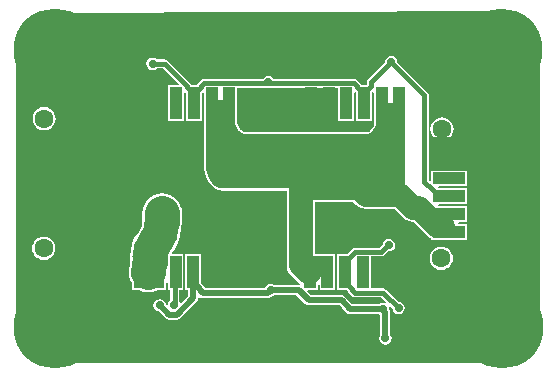
<source format=gtl>
G04*
G04 #@! TF.GenerationSoftware,Altium Limited,Altium Designer,21.6.1 (37)*
G04*
G04 Layer_Physical_Order=1*
G04 Layer_Color=255*
%FSLAX44Y44*%
%MOMM*%
G71*
G04*
G04 #@! TF.SameCoordinates,463AB4A2-C92B-4DBF-B99B-D3FD589B31D3*
G04*
G04*
G04 #@! TF.FilePolarity,Positive*
G04*
G01*
G75*
%ADD14R,2.7000X1.0000*%
%ADD15R,3.8000X1.8000*%
%ADD16R,1.0000X2.7000*%
%ADD17R,1.8000X3.8000*%
%ADD27C,3.0000*%
%ADD28C,2.0000*%
%ADD29C,1.0000*%
%ADD30C,0.4000*%
%ADD31C,0.5000*%
%ADD32C,2.4000*%
G04:AMPARAMS|DCode=33|XSize=2.4mm|YSize=2.4mm|CornerRadius=0.36mm|HoleSize=0mm|Usage=FLASHONLY|Rotation=180.000|XOffset=0mm|YOffset=0mm|HoleType=Round|Shape=RoundedRectangle|*
%AMROUNDEDRECTD33*
21,1,2.4000,1.6800,0,0,180.0*
21,1,1.6800,2.4000,0,0,180.0*
1,1,0.7200,-0.8400,0.8400*
1,1,0.7200,0.8400,0.8400*
1,1,0.7200,0.8400,-0.8400*
1,1,0.7200,-0.8400,-0.8400*
%
%ADD33ROUNDEDRECTD33*%
%ADD34C,1.6000*%
G04:AMPARAMS|DCode=35|XSize=2.4mm|YSize=2.4mm|CornerRadius=0.6mm|HoleSize=0mm|Usage=FLASHONLY|Rotation=0.000|XOffset=0mm|YOffset=0mm|HoleType=Round|Shape=RoundedRectangle|*
%AMROUNDEDRECTD35*
21,1,2.4000,1.2000,0,0,0.0*
21,1,1.2000,2.4000,0,0,0.0*
1,1,1.2000,0.6000,-0.6000*
1,1,1.2000,-0.6000,-0.6000*
1,1,1.2000,-0.6000,0.6000*
1,1,1.2000,0.6000,0.6000*
%
%ADD35ROUNDEDRECTD35*%
%ADD36C,7.0000*%
%ADD37C,0.7000*%
G36*
X1717000Y2852000D02*
X1719000D01*
Y2616000D01*
X1678000Y2575000D01*
X1314000D01*
X1275000Y2614000D01*
Y2845000D01*
X1301769Y2871769D01*
X1696111Y2872889D01*
X1717000Y2852000D01*
D02*
G37*
%LPC*%
G36*
X1593000Y2835302D02*
X1590971Y2834898D01*
X1589251Y2833749D01*
X1588102Y2832029D01*
X1587706Y2830042D01*
X1573632Y2815968D01*
X1572815Y2814744D01*
X1572527Y2813300D01*
X1572527Y2813300D01*
Y2811363D01*
X1571365Y2810200D01*
X1568635D01*
X1567307Y2811528D01*
X1566839Y2812229D01*
X1564200Y2814868D01*
X1562976Y2815685D01*
X1561533Y2815973D01*
X1561532Y2815973D01*
X1493268D01*
X1492749Y2816749D01*
X1491029Y2817898D01*
X1489000Y2818302D01*
X1486971Y2817898D01*
X1485251Y2816749D01*
X1484732Y2815973D01*
X1434467D01*
X1434467Y2815973D01*
X1433024Y2815685D01*
X1431800Y2814868D01*
X1431800Y2814868D01*
X1429161Y2812229D01*
X1428692Y2811528D01*
X1427365Y2810200D01*
X1424635D01*
X1423307Y2811528D01*
X1422839Y2812229D01*
X1422839Y2812229D01*
X1403900Y2831168D01*
X1402676Y2831985D01*
X1401233Y2832273D01*
X1401232Y2832273D01*
X1394714D01*
X1393029Y2833398D01*
X1391000Y2833802D01*
X1388971Y2833398D01*
X1387251Y2832249D01*
X1386102Y2830529D01*
X1385698Y2828500D01*
X1386102Y2826471D01*
X1387251Y2824751D01*
X1388971Y2823602D01*
X1391000Y2823198D01*
X1393029Y2823602D01*
X1394714Y2824727D01*
X1399670D01*
X1413024Y2811373D01*
X1412538Y2810200D01*
X1411512D01*
X1411000Y2810302D01*
X1410488Y2810200D01*
X1404300D01*
Y2779800D01*
X1417700D01*
Y2803665D01*
X1418970Y2804325D01*
X1419300Y2804094D01*
Y2779800D01*
X1432700D01*
Y2804094D01*
X1433030Y2804325D01*
X1434300Y2803665D01*
Y2795439D01*
X1434242Y2795000D01*
Y2772858D01*
X1434267Y2772672D01*
Y2742899D01*
Y2740546D01*
X1434300Y2740378D01*
Y2740208D01*
X1435218Y2735590D01*
X1435284Y2735432D01*
X1435317Y2735265D01*
X1437119Y2730916D01*
X1437213Y2730774D01*
X1437279Y2730616D01*
X1439894Y2726701D01*
X1440015Y2726581D01*
X1440110Y2726439D01*
X1441774Y2724774D01*
X1441774Y2724774D01*
X1442488Y2724061D01*
X1442630Y2723966D01*
X1442750Y2723846D01*
X1444428Y2722725D01*
X1444586Y2722659D01*
X1444728Y2722564D01*
X1446592Y2721792D01*
X1446759Y2721759D01*
X1446917Y2721694D01*
X1448896Y2721300D01*
X1449066D01*
X1449234Y2721267D01*
X1504449D01*
Y2658250D01*
X1504851Y2655196D01*
X1506030Y2652350D01*
X1507905Y2649905D01*
X1514155Y2643655D01*
X1515911Y2642308D01*
X1515373Y2641121D01*
X1514560Y2641282D01*
X1493951D01*
X1493029Y2641898D01*
X1491000Y2642302D01*
X1488971Y2641898D01*
X1487251Y2640749D01*
X1486102Y2639029D01*
X1486013Y2638582D01*
X1435415D01*
X1435256Y2638741D01*
X1435137Y2639339D01*
X1434209Y2640728D01*
X1432081Y2642856D01*
Y2667200D01*
X1418681D01*
Y2636800D01*
X1421099D01*
Y2631765D01*
X1415427Y2626093D01*
X1414211Y2626462D01*
X1414148Y2626779D01*
X1413588Y2627617D01*
Y2636800D01*
X1417081D01*
Y2667200D01*
X1408084D01*
X1407486Y2668320D01*
X1409530Y2671380D01*
X1412238Y2676870D01*
X1414205Y2682667D01*
X1415400Y2688671D01*
X1415796Y2694719D01*
X1415796Y2694719D01*
D01*
X1415781Y2695982D01*
Y2702000D01*
X1415458Y2705274D01*
X1414503Y2708422D01*
X1412953Y2711323D01*
X1410866Y2713866D01*
X1408323Y2715953D01*
X1405422Y2717503D01*
X1402274Y2718458D01*
X1399000Y2718781D01*
X1395726Y2718458D01*
X1392578Y2717503D01*
X1389677Y2715953D01*
X1387134Y2713866D01*
X1385047Y2711323D01*
X1383497Y2708422D01*
X1382542Y2705274D01*
X1382219Y2702000D01*
Y2694741D01*
X1382246Y2694470D01*
X1381834Y2691341D01*
X1380507Y2688137D01*
X1379272Y2686528D01*
X1379272Y2686528D01*
X1379272Y2686528D01*
X1379287Y2686376D01*
X1378276Y2685193D01*
X1375529Y2680710D01*
X1373517Y2675853D01*
X1372290Y2670741D01*
X1371878Y2665500D01*
X1371900D01*
Y2660787D01*
X1371927Y2660516D01*
X1371515Y2657387D01*
X1371327Y2656934D01*
X1371392Y2656913D01*
X1370895Y2655274D01*
X1370572Y2652000D01*
X1370895Y2648726D01*
X1371850Y2645578D01*
X1373400Y2642677D01*
X1373681Y2642335D01*
Y2636800D01*
X1380364D01*
X1380931Y2636497D01*
X1384079Y2635542D01*
X1387353Y2635219D01*
X1390627Y2635542D01*
X1393775Y2636497D01*
X1394343Y2636800D01*
X1402081D01*
Y2643528D01*
X1402411Y2643838D01*
X1403681Y2643287D01*
Y2636800D01*
X1406043D01*
Y2628861D01*
X1405501Y2628499D01*
X1404352Y2626779D01*
X1404065Y2625338D01*
X1402798Y2624772D01*
X1402048Y2625274D01*
X1401898Y2626029D01*
X1400749Y2627749D01*
X1399029Y2628898D01*
X1397000Y2629302D01*
X1394971Y2628898D01*
X1393251Y2627749D01*
X1392102Y2626029D01*
X1391698Y2624000D01*
X1392102Y2621971D01*
X1393251Y2620251D01*
X1394971Y2619102D01*
X1396059Y2618885D01*
X1401901Y2613043D01*
X1403290Y2612115D01*
X1404929Y2611789D01*
X1411460D01*
X1413099Y2612115D01*
X1414489Y2613043D01*
X1428409Y2626964D01*
X1429337Y2628353D01*
X1429663Y2629991D01*
Y2630582D01*
X1430933Y2631058D01*
X1432003Y2630344D01*
X1433641Y2630018D01*
X1488300D01*
X1489939Y2630344D01*
X1491328Y2631272D01*
X1491941Y2631885D01*
X1493029Y2632102D01*
X1493951Y2632718D01*
X1512787D01*
X1520082Y2625422D01*
X1521472Y2624494D01*
X1523110Y2624168D01*
X1549166D01*
X1555361Y2617972D01*
X1556751Y2617044D01*
X1558389Y2616718D01*
X1583049D01*
X1583718Y2616271D01*
Y2598951D01*
X1583102Y2598029D01*
X1582698Y2596000D01*
X1583102Y2593971D01*
X1584251Y2592251D01*
X1585971Y2591102D01*
X1588000Y2590698D01*
X1590029Y2591102D01*
X1591749Y2592251D01*
X1592898Y2593971D01*
X1593302Y2596000D01*
X1592898Y2598029D01*
X1592282Y2598951D01*
Y2618459D01*
X1591956Y2620097D01*
X1591280Y2621110D01*
X1590913Y2622956D01*
X1590968Y2623035D01*
X1592138Y2623527D01*
X1593956Y2621708D01*
X1594352Y2619721D01*
X1595501Y2618001D01*
X1597221Y2616852D01*
X1599250Y2616448D01*
X1601279Y2616852D01*
X1602999Y2618001D01*
X1604148Y2619721D01*
X1604552Y2621750D01*
X1604148Y2623779D01*
X1602999Y2625499D01*
X1601279Y2626648D01*
X1599292Y2627043D01*
X1588868Y2637468D01*
X1587644Y2638285D01*
X1586200Y2638572D01*
X1586200Y2638572D01*
X1575700D01*
Y2665428D01*
X1584388D01*
X1584388Y2665428D01*
X1585832Y2665715D01*
X1587056Y2666532D01*
X1590351Y2669827D01*
X1591000Y2669698D01*
X1593029Y2670102D01*
X1594749Y2671251D01*
X1595898Y2672971D01*
X1596302Y2675000D01*
X1595898Y2677029D01*
X1594749Y2678749D01*
X1593029Y2679898D01*
X1591000Y2680302D01*
X1588971Y2679898D01*
X1587251Y2678749D01*
X1586102Y2677029D01*
X1585908Y2676055D01*
X1582825Y2672972D01*
X1562467D01*
X1561024Y2672685D01*
X1559800Y2671868D01*
X1557161Y2669229D01*
X1556693Y2668528D01*
X1555365Y2667200D01*
X1547300D01*
Y2636800D01*
X1555365D01*
X1556693Y2635472D01*
X1557161Y2634771D01*
X1559800Y2632133D01*
X1561024Y2631315D01*
X1562467Y2631028D01*
X1584637D01*
X1588527Y2627138D01*
X1588035Y2625968D01*
X1587956Y2625913D01*
X1586000Y2626302D01*
X1583971Y2625898D01*
X1583049Y2625282D01*
X1560163D01*
X1553967Y2631478D01*
X1552578Y2632406D01*
X1550939Y2632732D01*
X1524884D01*
X1521990Y2635627D01*
X1522476Y2636800D01*
X1530700D01*
Y2641559D01*
X1531030Y2641764D01*
X1532300Y2641058D01*
Y2636800D01*
X1545700D01*
Y2651561D01*
X1545758Y2652000D01*
Y2660500D01*
X1545700Y2660939D01*
Y2667200D01*
X1539439D01*
X1539000Y2667258D01*
X1530500D01*
X1530061Y2667200D01*
X1528051D01*
Y2711267D01*
X1561044D01*
X1562955Y2709355D01*
X1565399Y2707480D01*
X1568246Y2706301D01*
X1571300Y2705899D01*
X1595849D01*
X1603439Y2698309D01*
X1605883Y2696434D01*
X1608730Y2695255D01*
X1611784Y2694853D01*
X1611912D01*
X1623609Y2683156D01*
X1626053Y2681280D01*
X1626800Y2680971D01*
Y2679800D01*
X1631187D01*
X1631954Y2679699D01*
X1637000D01*
X1637767Y2679800D01*
X1641561D01*
X1642000Y2679742D01*
X1642439Y2679800D01*
X1657200D01*
Y2693200D01*
X1649919D01*
X1649767Y2693530D01*
X1650578Y2694800D01*
X1657200D01*
Y2708200D01*
X1632714D01*
X1632482Y2708530D01*
X1633142Y2709800D01*
X1657200D01*
Y2723200D01*
X1632906D01*
X1632675Y2723530D01*
X1633335Y2724800D01*
X1657200D01*
Y2738200D01*
X1626800D01*
Y2729962D01*
X1625627Y2729476D01*
X1624772Y2730330D01*
Y2802000D01*
X1624772Y2802000D01*
X1624485Y2803444D01*
X1623668Y2804667D01*
X1623667Y2804668D01*
X1598294Y2830042D01*
X1597898Y2832029D01*
X1596749Y2833749D01*
X1595029Y2834898D01*
X1593000Y2835302D01*
D02*
G37*
G36*
X1299178Y2792026D02*
X1296646Y2791692D01*
X1294286Y2790715D01*
X1292260Y2789160D01*
X1290705Y2787134D01*
X1289728Y2784774D01*
X1289394Y2782242D01*
X1289728Y2779710D01*
X1290705Y2777350D01*
X1292260Y2775324D01*
X1294286Y2773769D01*
X1296646Y2772792D01*
X1299178Y2772458D01*
X1301710Y2772792D01*
X1304070Y2773769D01*
X1306096Y2775324D01*
X1307651Y2777350D01*
X1308628Y2779710D01*
X1308962Y2782242D01*
X1308628Y2784774D01*
X1307651Y2787134D01*
X1306096Y2789160D01*
X1304070Y2790715D01*
X1301710Y2791692D01*
X1299178Y2792026D01*
D02*
G37*
G36*
X1636038Y2783264D02*
X1633506Y2782930D01*
X1631146Y2781953D01*
X1629120Y2780398D01*
X1627565Y2778372D01*
X1626588Y2776012D01*
X1626254Y2773480D01*
X1626588Y2770948D01*
X1627565Y2768588D01*
X1629120Y2766562D01*
X1631146Y2765007D01*
X1633506Y2764030D01*
X1636038Y2763696D01*
X1638570Y2764030D01*
X1640930Y2765007D01*
X1642956Y2766562D01*
X1644511Y2768588D01*
X1645488Y2770948D01*
X1645822Y2773480D01*
X1645488Y2776012D01*
X1644511Y2778372D01*
X1642956Y2780398D01*
X1640930Y2781953D01*
X1638570Y2782930D01*
X1636038Y2783264D01*
D02*
G37*
G36*
X1298670Y2682044D02*
X1296138Y2681710D01*
X1293778Y2680733D01*
X1291752Y2679178D01*
X1290197Y2677152D01*
X1289220Y2674792D01*
X1288886Y2672260D01*
X1289220Y2669728D01*
X1290197Y2667368D01*
X1291752Y2665342D01*
X1293778Y2663787D01*
X1296138Y2662810D01*
X1298670Y2662476D01*
X1301202Y2662810D01*
X1303562Y2663787D01*
X1305588Y2665342D01*
X1307143Y2667368D01*
X1308120Y2669728D01*
X1308454Y2672260D01*
X1308120Y2674792D01*
X1307143Y2677152D01*
X1305588Y2679178D01*
X1303562Y2680733D01*
X1301202Y2681710D01*
X1298670Y2682044D01*
D02*
G37*
G36*
X1635530Y2673536D02*
X1632998Y2673202D01*
X1630638Y2672225D01*
X1628612Y2670670D01*
X1627057Y2668644D01*
X1626080Y2666284D01*
X1625746Y2663752D01*
X1626080Y2661220D01*
X1627057Y2658860D01*
X1628612Y2656834D01*
X1630638Y2655279D01*
X1632998Y2654302D01*
X1635530Y2653968D01*
X1638062Y2654302D01*
X1640422Y2655279D01*
X1642448Y2656834D01*
X1644003Y2658860D01*
X1644980Y2661220D01*
X1645314Y2663752D01*
X1644980Y2666284D01*
X1644003Y2668644D01*
X1642448Y2670670D01*
X1640422Y2672225D01*
X1638062Y2673202D01*
X1635530Y2673536D01*
D02*
G37*
%LPD*%
G36*
X1548300Y2779800D02*
X1561700D01*
Y2803665D01*
X1562970Y2804325D01*
X1563300Y2804094D01*
Y2779800D01*
X1576700D01*
Y2804094D01*
X1577030Y2804325D01*
X1578300Y2803665D01*
Y2795439D01*
X1578242Y2795000D01*
Y2776526D01*
X1578126Y2776246D01*
X1576136Y2773267D01*
X1574974Y2771985D01*
X1574695Y2771732D01*
X1573965Y2771245D01*
X1573194Y2770925D01*
X1572353Y2770758D01*
X1552821D01*
X1552635Y2770733D01*
X1471285D01*
X1470451Y2770774D01*
X1468775Y2771108D01*
X1467235Y2771745D01*
X1465814Y2772695D01*
X1465227Y2773227D01*
X1464695Y2773814D01*
X1463746Y2775235D01*
X1463108Y2776775D01*
X1462774Y2778452D01*
X1462758Y2778787D01*
Y2795000D01*
X1462700Y2795439D01*
Y2808427D01*
X1486483D01*
X1486971Y2808102D01*
X1489000Y2807698D01*
X1491029Y2808102D01*
X1491517Y2808427D01*
X1548300D01*
Y2779800D01*
D02*
G37*
G36*
X1458879Y2792121D02*
X1458879D01*
X1459383Y2791617D01*
X1460176Y2790431D01*
X1460722Y2789113D01*
X1461000Y2787713D01*
Y2787000D01*
Y2779243D01*
X1461049Y2778239D01*
X1461441Y2776269D01*
X1462209Y2774414D01*
X1463325Y2772745D01*
X1464000Y2772000D01*
X1464745Y2771325D01*
X1466414Y2770209D01*
X1468269Y2769441D01*
X1470239Y2769049D01*
X1471243Y2769000D01*
X1571957D01*
X1572545Y2769029D01*
X1573699Y2769258D01*
X1574786Y2769709D01*
X1575764Y2770362D01*
X1576201Y2770758D01*
X1577506Y2772198D01*
X1579662Y2775425D01*
X1581147Y2779011D01*
X1581905Y2782817D01*
X1582000Y2784758D01*
Y2795000D01*
X1600000D01*
X1600000Y2795000D01*
X1601189Y2793811D01*
X1603057Y2791015D01*
X1604344Y2787908D01*
X1605000Y2784610D01*
Y2782929D01*
Y2724414D01*
X1605016Y2724080D01*
X1605147Y2723423D01*
X1605403Y2722805D01*
X1605775Y2722248D01*
X1606000Y2722000D01*
X1604440Y2720439D01*
X1604440D01*
X1602670Y2718670D01*
X1598510Y2715891D01*
X1593888Y2713976D01*
X1588981Y2713000D01*
X1519000D01*
X1518049Y2713951D01*
X1516554Y2716188D01*
X1515525Y2718673D01*
X1515000Y2721312D01*
Y2722657D01*
Y2723000D01*
X1449234D01*
X1447255Y2723394D01*
X1445391Y2724166D01*
X1443713Y2725287D01*
X1443000Y2726000D01*
X1441335Y2727664D01*
X1438720Y2731579D01*
X1436918Y2735928D01*
X1436000Y2740546D01*
Y2742899D01*
Y2783515D01*
Y2785532D01*
X1436787Y2789490D01*
X1438331Y2793218D01*
X1440573Y2796573D01*
X1442000Y2798000D01*
X1453000Y2798000D01*
X1458879Y2792121D01*
D02*
G37*
D14*
X1642000Y2686500D02*
D03*
Y2701500D02*
D03*
Y2716500D02*
D03*
Y2731500D02*
D03*
Y2746500D02*
D03*
Y2761500D02*
D03*
D15*
X1689000Y2664000D02*
D03*
Y2784000D02*
D03*
D16*
X1600000Y2795000D02*
D03*
X1585000D02*
D03*
X1570000D02*
D03*
X1555000D02*
D03*
X1540000D02*
D03*
X1525000D02*
D03*
X1599000Y2652000D02*
D03*
X1584000D02*
D03*
X1569000D02*
D03*
X1554000D02*
D03*
X1539000D02*
D03*
X1524000D02*
D03*
X1455381D02*
D03*
X1440381D02*
D03*
X1425381D02*
D03*
X1410381D02*
D03*
X1395381D02*
D03*
X1380381D02*
D03*
X1381000Y2795000D02*
D03*
X1396000D02*
D03*
X1411000D02*
D03*
X1426000D02*
D03*
X1441000D02*
D03*
X1456000D02*
D03*
D17*
X1622500Y2842000D02*
D03*
X1502500D02*
D03*
X1621500Y2605000D02*
D03*
X1501500D02*
D03*
X1477881D02*
D03*
X1357881D02*
D03*
X1358500Y2842000D02*
D03*
X1478500D02*
D03*
D27*
X1392388Y2675992D02*
G03*
X1388681Y2665500I12993J-10492D01*
G01*
X1392388Y2675992D02*
G03*
X1399000Y2694741I-23388J18788D01*
G01*
X1387353Y2652000D02*
G03*
X1388681Y2660787I-28672J8826D01*
G01*
X1399000Y2694741D02*
Y2702000D01*
X1387353Y2652000D02*
X1387353Y2652000D01*
X1388681Y2660787D02*
Y2665500D01*
D28*
X1562000Y2743850D02*
Y2747546D01*
X1552821Y2756725D02*
X1562000Y2747546D01*
X1549000Y2740000D02*
X1571300Y2717700D01*
X1460858Y2753000D02*
X1531550D01*
X1516250Y2737700D02*
X1531550Y2753000D01*
X1454604Y2736907D02*
X1504449D01*
X1531550Y2753000D02*
X1535275Y2756725D01*
X1446858Y2767000D02*
X1460858Y2753000D01*
X1535275Y2756725D02*
X1552821D01*
X1571300Y2717700D02*
X1600737D01*
X1611784Y2706654D02*
X1616800D01*
X1600737Y2717700D02*
X1611784Y2706654D01*
X1616800D02*
X1631954Y2691500D01*
X1637000D01*
X1516250Y2658250D02*
Y2737700D01*
X1522500Y2652000D02*
X1524000D01*
X1516250Y2658250D02*
X1522500Y2652000D01*
D29*
X1530500Y2660500D02*
X1539000D01*
X1552821Y2764000D02*
X1579000D01*
X1594142D01*
X1579000D02*
X1585000Y2770000D01*
X1637000Y2691500D02*
X1642000Y2686500D01*
X1456000Y2767000D02*
Y2795000D01*
X1539000Y2652000D02*
Y2660500D01*
X1441000Y2772858D02*
X1446858Y2767000D01*
X1441000Y2772858D02*
Y2795000D01*
X1446858Y2767000D02*
X1456000D01*
X1600000Y2769858D02*
Y2795000D01*
X1594142Y2764000D02*
X1600000Y2769858D01*
X1585000Y2770000D02*
Y2795000D01*
D30*
X1590188Y2675000D02*
X1591000D01*
X1562467Y2669200D02*
X1584388D01*
X1590188Y2675000D01*
X1593000Y2830000D02*
X1621000Y2802000D01*
Y2728767D02*
X1627439Y2722328D01*
X1621000Y2728767D02*
Y2802000D01*
X1627672Y2722328D02*
X1633500Y2716500D01*
X1627439Y2722328D02*
X1627672D01*
X1570000Y2803500D02*
X1576300Y2809800D01*
Y2813300D01*
X1570000Y2795000D02*
Y2803500D01*
X1576300Y2813300D02*
X1593000Y2830000D01*
X1409250Y2624750D02*
X1409816Y2625316D01*
Y2651435D01*
X1410381Y2652000D01*
X1586200Y2634800D02*
X1599250Y2621750D01*
X1562467Y2634800D02*
X1586200D01*
X1559828Y2637439D02*
X1562467Y2634800D01*
X1559828Y2637439D02*
Y2637672D01*
X1554000Y2643500D02*
X1559828Y2637672D01*
X1554000Y2643500D02*
Y2652000D01*
X1559828Y2666561D02*
X1562467Y2669200D01*
X1559828Y2666328D02*
Y2666561D01*
X1554000Y2660500D02*
X1559828Y2666328D01*
X1554000Y2652000D02*
Y2660500D01*
X1489000Y2813000D02*
X1489812D01*
X1490612Y2812200D01*
X1561533D01*
X1564171Y2809561D01*
Y2809328D02*
Y2809561D01*
Y2809328D02*
X1570000Y2803500D01*
X1488200Y2812200D02*
X1489000Y2813000D01*
X1434467Y2812200D02*
X1488200D01*
X1431828Y2809561D02*
X1434467Y2812200D01*
X1431828Y2809328D02*
Y2809561D01*
X1426000Y2803500D02*
X1431828Y2809328D01*
X1426000Y2795000D02*
Y2803500D01*
X1391000Y2828500D02*
X1401233D01*
X1420172Y2809561D01*
Y2809328D02*
Y2809561D01*
Y2809328D02*
X1426000Y2803500D01*
D31*
X1555000Y2795000D02*
Y2799450D01*
X1523110Y2628450D02*
X1550939D01*
X1558389Y2621000D01*
X1586000D01*
X1514560Y2637000D02*
X1523110Y2628450D01*
X1586000Y2620459D02*
Y2621000D01*
Y2620459D02*
X1588000Y2618459D01*
Y2596000D02*
Y2618459D01*
X1568000Y2644000D02*
X1569440D01*
X1491000Y2637000D02*
X1514560D01*
X1425381Y2629991D02*
Y2643500D01*
X1488300Y2634300D02*
X1491000Y2637000D01*
X1433641Y2634300D02*
X1488300D01*
X1431181Y2636760D02*
X1433641Y2634300D01*
X1431181Y2636760D02*
Y2637700D01*
X1425381Y2643500D02*
X1431181Y2637700D01*
X1425381Y2643500D02*
Y2652000D01*
X1404929Y2616071D02*
X1411460D01*
X1425381Y2629991D01*
X1397000Y2624000D02*
X1404929Y2616071D01*
D32*
X1586000Y2743000D02*
D03*
X1399000Y2702000D02*
D03*
D33*
X1586000Y2694000D02*
D03*
D34*
X1636038Y2773480D02*
D03*
X1635530Y2663752D02*
D03*
X1299178Y2782242D02*
D03*
X1298670Y2672260D02*
D03*
D35*
X1399000Y2751000D02*
D03*
D36*
X1687000Y2606000D02*
D03*
X1686000Y2840000D02*
D03*
X1308000Y2606000D02*
D03*
Y2840000D02*
D03*
D37*
X1710001Y2800002D02*
D03*
Y2760002D02*
D03*
Y2740002D02*
D03*
Y2720002D02*
D03*
Y2700002D02*
D03*
Y2680002D02*
D03*
X1700001Y2800002D02*
D03*
Y2760002D02*
D03*
X1705001Y2750002D02*
D03*
X1700001Y2740002D02*
D03*
X1705001Y2730002D02*
D03*
X1700001Y2720002D02*
D03*
X1705001Y2710002D02*
D03*
X1700001Y2700002D02*
D03*
X1705001Y2690002D02*
D03*
X1700001Y2680002D02*
D03*
X1690001Y2760002D02*
D03*
X1695001Y2750002D02*
D03*
X1690001Y2740002D02*
D03*
X1695001Y2730002D02*
D03*
X1690001Y2720002D02*
D03*
X1695001Y2710002D02*
D03*
X1690001Y2700002D02*
D03*
X1695001Y2690002D02*
D03*
X1690001Y2680002D02*
D03*
X1680001Y2760002D02*
D03*
X1685001Y2750002D02*
D03*
X1680001Y2740002D02*
D03*
X1685001Y2730002D02*
D03*
X1680001Y2720002D02*
D03*
X1685001Y2710002D02*
D03*
X1680001Y2700002D02*
D03*
X1685001Y2690002D02*
D03*
X1680001Y2680002D02*
D03*
X1670001Y2800002D02*
D03*
Y2760002D02*
D03*
X1675001Y2750002D02*
D03*
X1670001Y2740002D02*
D03*
X1675001Y2730002D02*
D03*
X1670001Y2720002D02*
D03*
X1675001Y2710002D02*
D03*
X1670001Y2700002D02*
D03*
X1675001Y2690002D02*
D03*
X1670001Y2680002D02*
D03*
X1660001Y2800002D02*
D03*
Y2780002D02*
D03*
X1665001Y2770002D02*
D03*
Y2750002D02*
D03*
Y2730002D02*
D03*
Y2710002D02*
D03*
Y2690002D02*
D03*
X1660001Y2660002D02*
D03*
X1665001Y2650002D02*
D03*
X1660001Y2640002D02*
D03*
X1655001Y2810002D02*
D03*
X1650001Y2800002D02*
D03*
X1655001Y2790002D02*
D03*
X1650001Y2780002D02*
D03*
X1655001Y2650002D02*
D03*
X1650001Y2640002D02*
D03*
X1640001Y2840002D02*
D03*
X1645001Y2830002D02*
D03*
X1640001Y2820002D02*
D03*
X1645001Y2810002D02*
D03*
X1640001Y2800002D02*
D03*
X1645001Y2790002D02*
D03*
Y2610002D02*
D03*
Y2590002D02*
D03*
X1635001Y2810002D02*
D03*
Y2790002D02*
D03*
X1620001Y2660002D02*
D03*
X1625001Y2650002D02*
D03*
X1615001Y2670002D02*
D03*
X1610001Y2660002D02*
D03*
X1600001Y2860002D02*
D03*
X1605001Y2850002D02*
D03*
X1590001Y2860002D02*
D03*
X1580001D02*
D03*
X1570001Y2680002D02*
D03*
X1575001Y2590002D02*
D03*
X1560001Y2700002D02*
D03*
X1565001Y2690002D02*
D03*
X1560001Y2680002D02*
D03*
X1550001Y2860002D02*
D03*
X1555001Y2690002D02*
D03*
X1550001Y2680002D02*
D03*
X1540001D02*
D03*
X1535001Y2830002D02*
D03*
X1520001Y2860002D02*
D03*
X1525001Y2590002D02*
D03*
X1490001Y2780002D02*
D03*
X1495001Y2690002D02*
D03*
X1490001Y2660002D02*
D03*
X1480001Y2780002D02*
D03*
X1485001Y2690002D02*
D03*
X1480001Y2660002D02*
D03*
X1470001Y2780002D02*
D03*
X1475001Y2690002D02*
D03*
X1470001Y2660002D02*
D03*
X1460001Y2620002D02*
D03*
X1450001Y2860002D02*
D03*
X1455001Y2830002D02*
D03*
X1450001Y2620002D02*
D03*
X1445001Y2830002D02*
D03*
X1440001Y2620002D02*
D03*
X1435001Y2830002D02*
D03*
Y2690002D02*
D03*
X1420001Y2860002D02*
D03*
X1425001Y2830002D02*
D03*
Y2770002D02*
D03*
X1420001Y2760002D02*
D03*
X1425001Y2690002D02*
D03*
Y2590002D02*
D03*
X1410001Y2860002D02*
D03*
X1415001Y2770002D02*
D03*
X1410001Y2600002D02*
D03*
X1415001Y2590002D02*
D03*
X1400001Y2860002D02*
D03*
X1405001Y2850002D02*
D03*
Y2770002D02*
D03*
X1400001Y2600002D02*
D03*
X1405001Y2590002D02*
D03*
X1390001Y2860002D02*
D03*
X1395001Y2850002D02*
D03*
Y2770002D02*
D03*
Y2730002D02*
D03*
X1390001Y2600002D02*
D03*
X1395001Y2590002D02*
D03*
X1380001Y2860002D02*
D03*
X1385001Y2850002D02*
D03*
X1380001Y2600002D02*
D03*
X1385001Y2590002D02*
D03*
X1375001Y2850002D02*
D03*
X1370001Y2680002D02*
D03*
X1375001Y2630002D02*
D03*
Y2610002D02*
D03*
X1365001Y2810002D02*
D03*
X1360001Y2800002D02*
D03*
X1365001Y2790002D02*
D03*
X1360001Y2780002D02*
D03*
X1365001Y2770002D02*
D03*
X1360001Y2760002D02*
D03*
X1365001Y2750002D02*
D03*
X1360001Y2740002D02*
D03*
X1365001Y2730002D02*
D03*
X1360001Y2720002D02*
D03*
X1365001Y2710002D02*
D03*
X1360001Y2700002D02*
D03*
X1365001Y2690002D02*
D03*
X1360001Y2680002D02*
D03*
X1365001Y2670002D02*
D03*
X1360001Y2660002D02*
D03*
X1365001Y2650002D02*
D03*
X1360001Y2640002D02*
D03*
X1365001Y2630002D02*
D03*
X1355001Y2810002D02*
D03*
X1350001Y2800002D02*
D03*
X1355001Y2790002D02*
D03*
X1350001Y2780002D02*
D03*
X1355001Y2770002D02*
D03*
X1350001Y2760002D02*
D03*
X1355001Y2750002D02*
D03*
X1350001Y2740002D02*
D03*
X1355001Y2730002D02*
D03*
X1350001Y2720002D02*
D03*
X1355001Y2710002D02*
D03*
X1350001Y2700002D02*
D03*
X1355001Y2690002D02*
D03*
X1350001Y2680002D02*
D03*
X1355001Y2670002D02*
D03*
X1350001Y2660002D02*
D03*
X1355001Y2650002D02*
D03*
X1350001Y2640002D02*
D03*
X1355001Y2630002D02*
D03*
X1345001Y2810002D02*
D03*
X1340001Y2800002D02*
D03*
X1345001Y2790002D02*
D03*
X1340001Y2780002D02*
D03*
X1345001Y2770002D02*
D03*
X1340001Y2760002D02*
D03*
X1345001Y2750002D02*
D03*
X1340001Y2740002D02*
D03*
X1345001Y2730002D02*
D03*
X1340001Y2720002D02*
D03*
X1345001Y2710002D02*
D03*
X1340001Y2700002D02*
D03*
X1345001Y2690002D02*
D03*
X1340001Y2680002D02*
D03*
X1345001Y2670002D02*
D03*
X1340001Y2660002D02*
D03*
X1345001Y2650002D02*
D03*
X1340001Y2640002D02*
D03*
X1345001Y2630002D02*
D03*
X1330001Y2800002D02*
D03*
X1335001Y2790002D02*
D03*
X1330001Y2780002D02*
D03*
X1335001Y2770002D02*
D03*
X1330001Y2760002D02*
D03*
X1335001Y2750002D02*
D03*
X1330001Y2740002D02*
D03*
X1335001Y2730002D02*
D03*
X1330001Y2720002D02*
D03*
X1335001Y2710002D02*
D03*
X1330001Y2700002D02*
D03*
X1335001Y2690002D02*
D03*
X1330001Y2680002D02*
D03*
X1335001Y2670002D02*
D03*
X1330001Y2660002D02*
D03*
X1335001Y2650002D02*
D03*
X1325001Y2790002D02*
D03*
X1320001Y2780002D02*
D03*
X1325001Y2770002D02*
D03*
X1320001Y2760002D02*
D03*
X1325001Y2750002D02*
D03*
X1320001Y2740002D02*
D03*
X1325001Y2730002D02*
D03*
X1320001Y2720002D02*
D03*
X1325001Y2710002D02*
D03*
X1320001Y2700002D02*
D03*
X1325001Y2690002D02*
D03*
X1320001Y2680002D02*
D03*
X1325001Y2670002D02*
D03*
X1320001Y2660002D02*
D03*
X1325001Y2650002D02*
D03*
X1315001Y2790002D02*
D03*
Y2770002D02*
D03*
X1310001Y2760002D02*
D03*
X1315001Y2750002D02*
D03*
X1310001Y2740002D02*
D03*
X1315001Y2730002D02*
D03*
X1310001Y2720002D02*
D03*
X1315001Y2710002D02*
D03*
X1310001Y2700002D02*
D03*
X1315001Y2690002D02*
D03*
Y2670002D02*
D03*
X1310001Y2660002D02*
D03*
X1315001Y2650002D02*
D03*
X1300001Y2760002D02*
D03*
X1305001Y2750002D02*
D03*
X1300001Y2740002D02*
D03*
X1305001Y2730002D02*
D03*
X1300001Y2720002D02*
D03*
X1305001Y2710002D02*
D03*
X1300001Y2700002D02*
D03*
X1305001Y2690002D02*
D03*
Y2650002D02*
D03*
X1290001Y2800002D02*
D03*
Y2760002D02*
D03*
X1295001Y2750002D02*
D03*
X1290001Y2740002D02*
D03*
X1295001Y2730002D02*
D03*
X1290001Y2720002D02*
D03*
X1295001Y2710002D02*
D03*
X1290001Y2700002D02*
D03*
X1295001Y2690002D02*
D03*
Y2650002D02*
D03*
X1285001Y2790002D02*
D03*
Y2770002D02*
D03*
Y2750002D02*
D03*
Y2730002D02*
D03*
Y2710002D02*
D03*
Y2690002D02*
D03*
Y2650002D02*
D03*
X1591000Y2675000D02*
D03*
X1540045Y2733972D02*
D03*
Y2742972D02*
D03*
X1553701Y2735478D02*
D03*
X1553045Y2743972D02*
D03*
X1562000Y2743850D02*
D03*
X1466739Y2733914D02*
D03*
X1477739Y2731913D02*
D03*
X1477739Y2742764D02*
D03*
X1466839D02*
D03*
X1486739Y2742914D02*
D03*
X1487739Y2731913D02*
D03*
X1456200Y2733550D02*
D03*
X1455939Y2742764D02*
D03*
X1562304Y2735399D02*
D03*
X1530045Y2733972D02*
D03*
X1555000Y2799450D02*
D03*
X1444739Y2732914D02*
D03*
X1446356Y2742764D02*
D03*
X1411000Y2805000D02*
D03*
X1530500Y2743350D02*
D03*
X1593000Y2830000D02*
D03*
X1547750Y2620750D02*
D03*
X1588000Y2596000D02*
D03*
X1639000Y2731000D02*
D03*
X1569440Y2644000D02*
D03*
X1586000Y2621000D02*
D03*
X1491000Y2637000D02*
D03*
X1397000Y2624000D02*
D03*
X1409250Y2624750D02*
D03*
X1599250Y2621750D02*
D03*
X1633500Y2716500D02*
D03*
X1489000Y2813000D02*
D03*
X1391000Y2828500D02*
D03*
M02*

</source>
